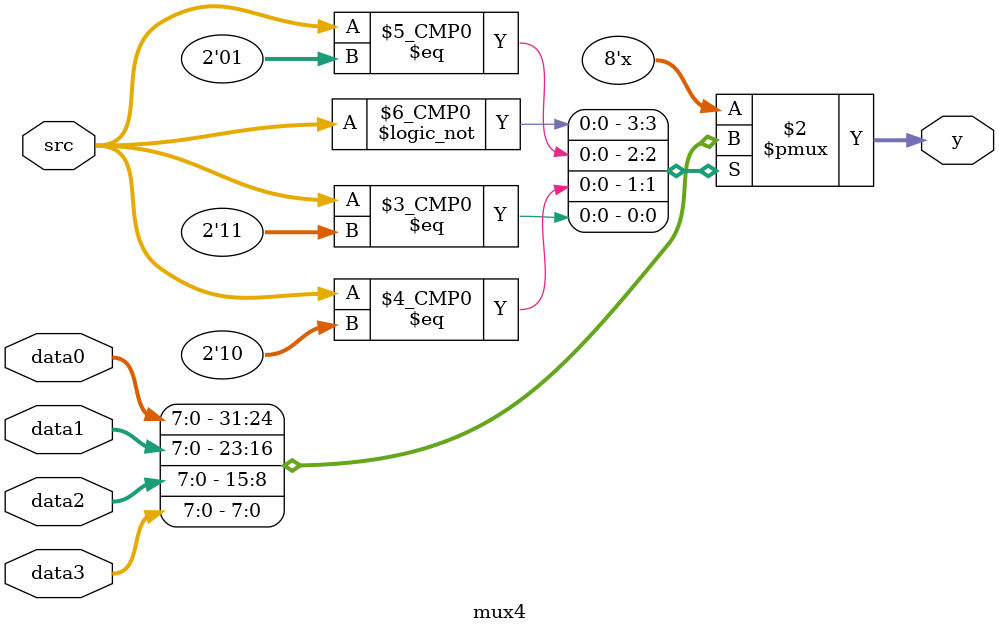
<source format=v>
module mux4 #	(parameter WIDTH = 8)
(
	input		[WIDTH-1:0]	data0, data1, data2,data3,
	input		[1:0] src, 
	output	reg [WIDTH-1:0]	y
);
always @(*)
case(src)
    2'b00:y <= data0;
    2'b01:y <= data1;
    2'b10:y <= data2;
    2'b11:y <= data3;
endcase
endmodule
</source>
